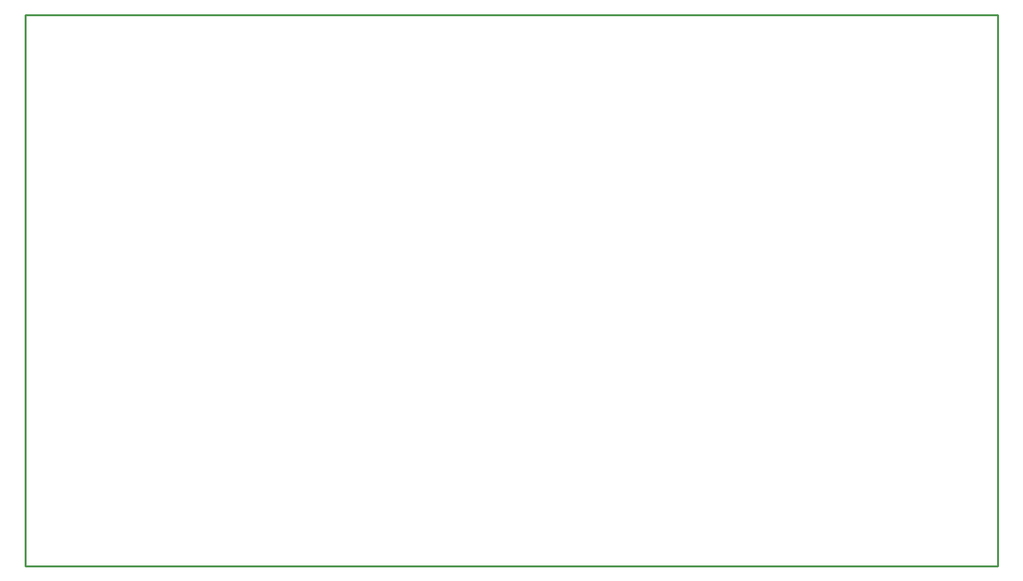
<source format=gbr>
G04 DipTrace 3.3.1.0*
G04 BoardOutline.gbr*
%MOIN*%
G04 #@! TF.FileFunction,Profile*
G04 #@! TF.Part,Single*
%ADD11C,0.01*%
%FSLAX26Y26*%
G04*
G70*
G90*
G75*
G01*
G04 BoardOutline*
%LPD*%
X393701Y3228346D2*
D11*
X5393701D1*
Y393701D1*
X393701D1*
Y3228346D1*
M02*

</source>
